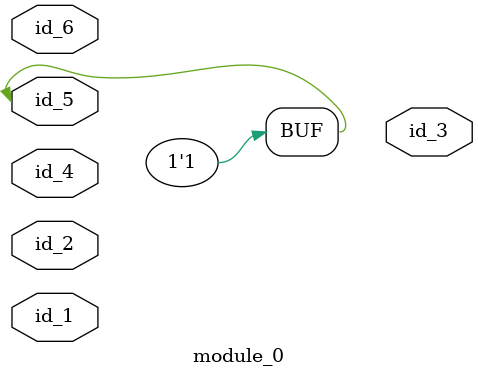
<source format=v>
`timescale 1 ps / 1ps
module module_0 (
    id_1,
    id_2,
    id_3,
    id_4,
    id_5,
    id_6
);
  inout id_6;
  inout id_5;
  input id_4;
  output id_3;
  inout id_2;
  input id_1;
  assign id_5 = 1;
endmodule

</source>
